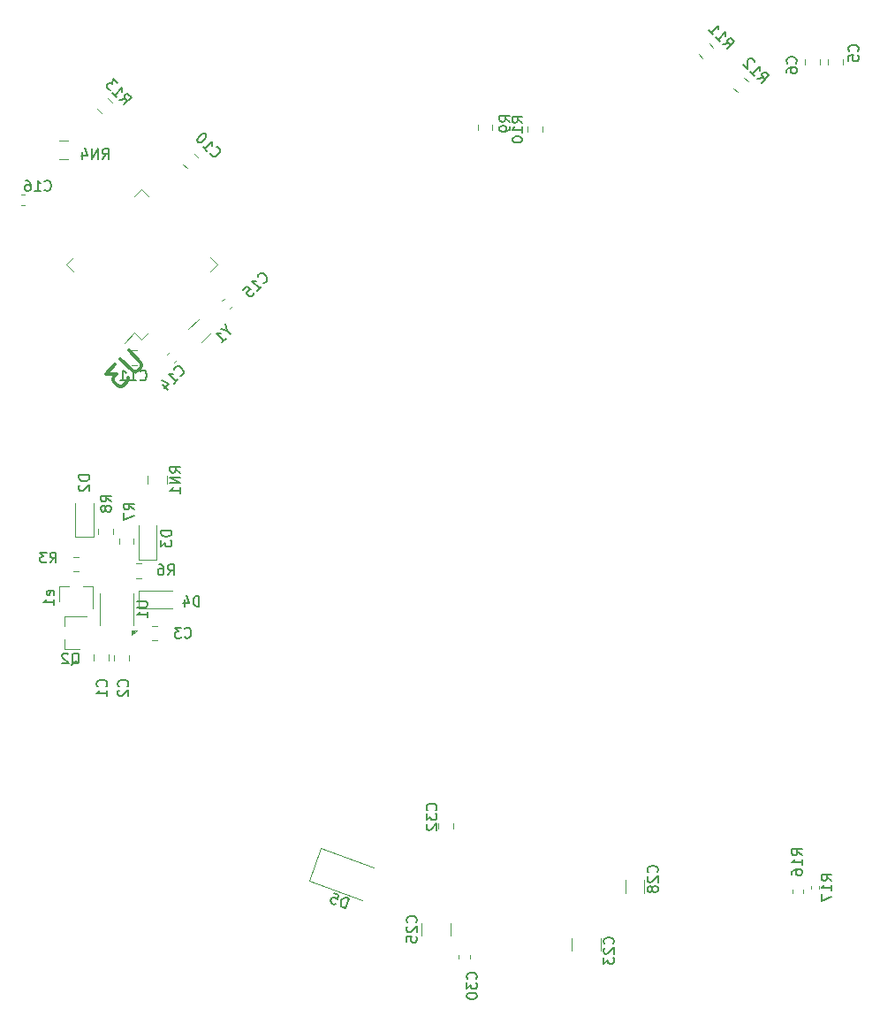
<source format=gbr>
G04 #@! TF.GenerationSoftware,KiCad,Pcbnew,7.0.10*
G04 #@! TF.CreationDate,2024-08-19T09:51:56-07:00*
G04 #@! TF.ProjectId,LCP_PowerControl,4c43505f-506f-4776-9572-436f6e74726f,rev?*
G04 #@! TF.SameCoordinates,Original*
G04 #@! TF.FileFunction,Legend,Bot*
G04 #@! TF.FilePolarity,Positive*
%FSLAX46Y46*%
G04 Gerber Fmt 4.6, Leading zero omitted, Abs format (unit mm)*
G04 Created by KiCad (PCBNEW 7.0.10) date 2024-08-19 09:51:56*
%MOMM*%
%LPD*%
G01*
G04 APERTURE LIST*
%ADD10C,0.150000*%
%ADD11C,0.300000*%
%ADD12C,0.120000*%
G04 APERTURE END LIST*
D10*
X88502857Y-91179580D02*
X88550476Y-91227200D01*
X88550476Y-91227200D02*
X88693333Y-91274819D01*
X88693333Y-91274819D02*
X88788571Y-91274819D01*
X88788571Y-91274819D02*
X88931428Y-91227200D01*
X88931428Y-91227200D02*
X89026666Y-91131961D01*
X89026666Y-91131961D02*
X89074285Y-91036723D01*
X89074285Y-91036723D02*
X89121904Y-90846247D01*
X89121904Y-90846247D02*
X89121904Y-90703390D01*
X89121904Y-90703390D02*
X89074285Y-90512914D01*
X89074285Y-90512914D02*
X89026666Y-90417676D01*
X89026666Y-90417676D02*
X88931428Y-90322438D01*
X88931428Y-90322438D02*
X88788571Y-90274819D01*
X88788571Y-90274819D02*
X88693333Y-90274819D01*
X88693333Y-90274819D02*
X88550476Y-90322438D01*
X88550476Y-90322438D02*
X88502857Y-90370057D01*
X87550476Y-91274819D02*
X88121904Y-91274819D01*
X87836190Y-91274819D02*
X87836190Y-90274819D01*
X87836190Y-90274819D02*
X87931428Y-90417676D01*
X87931428Y-90417676D02*
X88026666Y-90512914D01*
X88026666Y-90512914D02*
X88121904Y-90560533D01*
X86598095Y-91274819D02*
X87169523Y-91274819D01*
X86883809Y-91274819D02*
X86883809Y-90274819D01*
X86883809Y-90274819D02*
X86979047Y-90417676D01*
X86979047Y-90417676D02*
X87074285Y-90512914D01*
X87074285Y-90512914D02*
X87169523Y-90560533D01*
X95250306Y-69468830D02*
X95250306Y-69536174D01*
X95250306Y-69536174D02*
X95317650Y-69670861D01*
X95317650Y-69670861D02*
X95384993Y-69738204D01*
X95384993Y-69738204D02*
X95519680Y-69805548D01*
X95519680Y-69805548D02*
X95654367Y-69805548D01*
X95654367Y-69805548D02*
X95755382Y-69771876D01*
X95755382Y-69771876D02*
X95923741Y-69670861D01*
X95923741Y-69670861D02*
X96024756Y-69569846D01*
X96024756Y-69569846D02*
X96125772Y-69401487D01*
X96125772Y-69401487D02*
X96159443Y-69300472D01*
X96159443Y-69300472D02*
X96159443Y-69165785D01*
X96159443Y-69165785D02*
X96092100Y-69031098D01*
X96092100Y-69031098D02*
X96024756Y-68963754D01*
X96024756Y-68963754D02*
X95890069Y-68896411D01*
X95890069Y-68896411D02*
X95822726Y-68896411D01*
X94509528Y-68862739D02*
X94913589Y-69266800D01*
X94711558Y-69064769D02*
X95418665Y-68357663D01*
X95418665Y-68357663D02*
X95384993Y-68526021D01*
X95384993Y-68526021D02*
X95384993Y-68660708D01*
X95384993Y-68660708D02*
X95418665Y-68761724D01*
X94778901Y-67717899D02*
X94711558Y-67650556D01*
X94711558Y-67650556D02*
X94610543Y-67616884D01*
X94610543Y-67616884D02*
X94543199Y-67616884D01*
X94543199Y-67616884D02*
X94442184Y-67650556D01*
X94442184Y-67650556D02*
X94273825Y-67751571D01*
X94273825Y-67751571D02*
X94105466Y-67919930D01*
X94105466Y-67919930D02*
X94004451Y-68088288D01*
X94004451Y-68088288D02*
X93970779Y-68189304D01*
X93970779Y-68189304D02*
X93970779Y-68256647D01*
X93970779Y-68256647D02*
X94004451Y-68357662D01*
X94004451Y-68357662D02*
X94071795Y-68425006D01*
X94071795Y-68425006D02*
X94172810Y-68458678D01*
X94172810Y-68458678D02*
X94240153Y-68458678D01*
X94240153Y-68458678D02*
X94341169Y-68425006D01*
X94341169Y-68425006D02*
X94509527Y-68323991D01*
X94509527Y-68323991D02*
X94677886Y-68155632D01*
X94677886Y-68155632D02*
X94778901Y-67987273D01*
X94778901Y-67987273D02*
X94812573Y-67886258D01*
X94812573Y-67886258D02*
X94812573Y-67818914D01*
X94812573Y-67818914D02*
X94778901Y-67717899D01*
X85246380Y-120534133D02*
X85294000Y-120486514D01*
X85294000Y-120486514D02*
X85341619Y-120343657D01*
X85341619Y-120343657D02*
X85341619Y-120248419D01*
X85341619Y-120248419D02*
X85294000Y-120105562D01*
X85294000Y-120105562D02*
X85198761Y-120010324D01*
X85198761Y-120010324D02*
X85103523Y-119962705D01*
X85103523Y-119962705D02*
X84913047Y-119915086D01*
X84913047Y-119915086D02*
X84770190Y-119915086D01*
X84770190Y-119915086D02*
X84579714Y-119962705D01*
X84579714Y-119962705D02*
X84484476Y-120010324D01*
X84484476Y-120010324D02*
X84389238Y-120105562D01*
X84389238Y-120105562D02*
X84341619Y-120248419D01*
X84341619Y-120248419D02*
X84341619Y-120343657D01*
X84341619Y-120343657D02*
X84389238Y-120486514D01*
X84389238Y-120486514D02*
X84436857Y-120534133D01*
X85341619Y-121486514D02*
X85341619Y-120915086D01*
X85341619Y-121200800D02*
X84341619Y-121200800D01*
X84341619Y-121200800D02*
X84484476Y-121105562D01*
X84484476Y-121105562D02*
X84579714Y-121010324D01*
X84579714Y-121010324D02*
X84627333Y-120915086D01*
X87278380Y-120534133D02*
X87326000Y-120486514D01*
X87326000Y-120486514D02*
X87373619Y-120343657D01*
X87373619Y-120343657D02*
X87373619Y-120248419D01*
X87373619Y-120248419D02*
X87326000Y-120105562D01*
X87326000Y-120105562D02*
X87230761Y-120010324D01*
X87230761Y-120010324D02*
X87135523Y-119962705D01*
X87135523Y-119962705D02*
X86945047Y-119915086D01*
X86945047Y-119915086D02*
X86802190Y-119915086D01*
X86802190Y-119915086D02*
X86611714Y-119962705D01*
X86611714Y-119962705D02*
X86516476Y-120010324D01*
X86516476Y-120010324D02*
X86421238Y-120105562D01*
X86421238Y-120105562D02*
X86373619Y-120248419D01*
X86373619Y-120248419D02*
X86373619Y-120343657D01*
X86373619Y-120343657D02*
X86421238Y-120486514D01*
X86421238Y-120486514D02*
X86468857Y-120534133D01*
X86468857Y-120915086D02*
X86421238Y-120962705D01*
X86421238Y-120962705D02*
X86373619Y-121057943D01*
X86373619Y-121057943D02*
X86373619Y-121296038D01*
X86373619Y-121296038D02*
X86421238Y-121391276D01*
X86421238Y-121391276D02*
X86468857Y-121438895D01*
X86468857Y-121438895D02*
X86564095Y-121486514D01*
X86564095Y-121486514D02*
X86659333Y-121486514D01*
X86659333Y-121486514D02*
X86802190Y-121438895D01*
X86802190Y-121438895D02*
X87373619Y-120867467D01*
X87373619Y-120867467D02*
X87373619Y-121486514D01*
X92775066Y-115827980D02*
X92822685Y-115875600D01*
X92822685Y-115875600D02*
X92965542Y-115923219D01*
X92965542Y-115923219D02*
X93060780Y-115923219D01*
X93060780Y-115923219D02*
X93203637Y-115875600D01*
X93203637Y-115875600D02*
X93298875Y-115780361D01*
X93298875Y-115780361D02*
X93346494Y-115685123D01*
X93346494Y-115685123D02*
X93394113Y-115494647D01*
X93394113Y-115494647D02*
X93394113Y-115351790D01*
X93394113Y-115351790D02*
X93346494Y-115161314D01*
X93346494Y-115161314D02*
X93298875Y-115066076D01*
X93298875Y-115066076D02*
X93203637Y-114970838D01*
X93203637Y-114970838D02*
X93060780Y-114923219D01*
X93060780Y-114923219D02*
X92965542Y-114923219D01*
X92965542Y-114923219D02*
X92822685Y-114970838D01*
X92822685Y-114970838D02*
X92775066Y-115018457D01*
X92441732Y-114923219D02*
X91822685Y-114923219D01*
X91822685Y-114923219D02*
X92156018Y-115304171D01*
X92156018Y-115304171D02*
X92013161Y-115304171D01*
X92013161Y-115304171D02*
X91917923Y-115351790D01*
X91917923Y-115351790D02*
X91870304Y-115399409D01*
X91870304Y-115399409D02*
X91822685Y-115494647D01*
X91822685Y-115494647D02*
X91822685Y-115732742D01*
X91822685Y-115732742D02*
X91870304Y-115827980D01*
X91870304Y-115827980D02*
X91917923Y-115875600D01*
X91917923Y-115875600D02*
X92013161Y-115923219D01*
X92013161Y-115923219D02*
X92298875Y-115923219D01*
X92298875Y-115923219D02*
X92394113Y-115875600D01*
X92394113Y-115875600D02*
X92441732Y-115827980D01*
X92339330Y-90795193D02*
X92406674Y-90795193D01*
X92406674Y-90795193D02*
X92541361Y-90727849D01*
X92541361Y-90727849D02*
X92608704Y-90660506D01*
X92608704Y-90660506D02*
X92676048Y-90525819D01*
X92676048Y-90525819D02*
X92676048Y-90391132D01*
X92676048Y-90391132D02*
X92642376Y-90290117D01*
X92642376Y-90290117D02*
X92541361Y-90121758D01*
X92541361Y-90121758D02*
X92440346Y-90020743D01*
X92440346Y-90020743D02*
X92271987Y-89919727D01*
X92271987Y-89919727D02*
X92170972Y-89886056D01*
X92170972Y-89886056D02*
X92036285Y-89886056D01*
X92036285Y-89886056D02*
X91901598Y-89953399D01*
X91901598Y-89953399D02*
X91834254Y-90020743D01*
X91834254Y-90020743D02*
X91766911Y-90155430D01*
X91766911Y-90155430D02*
X91766911Y-90222773D01*
X91733239Y-91535971D02*
X92137300Y-91131910D01*
X91935269Y-91333941D02*
X91228163Y-90626834D01*
X91228163Y-90626834D02*
X91396521Y-90660506D01*
X91396521Y-90660506D02*
X91531208Y-90660506D01*
X91531208Y-90660506D02*
X91632224Y-90626834D01*
X90655743Y-91670659D02*
X91127147Y-92142063D01*
X90554727Y-91232926D02*
X91228162Y-91569643D01*
X91228162Y-91569643D02*
X90790430Y-92007376D01*
X138027580Y-138345942D02*
X138075200Y-138298323D01*
X138075200Y-138298323D02*
X138122819Y-138155466D01*
X138122819Y-138155466D02*
X138122819Y-138060228D01*
X138122819Y-138060228D02*
X138075200Y-137917371D01*
X138075200Y-137917371D02*
X137979961Y-137822133D01*
X137979961Y-137822133D02*
X137884723Y-137774514D01*
X137884723Y-137774514D02*
X137694247Y-137726895D01*
X137694247Y-137726895D02*
X137551390Y-137726895D01*
X137551390Y-137726895D02*
X137360914Y-137774514D01*
X137360914Y-137774514D02*
X137265676Y-137822133D01*
X137265676Y-137822133D02*
X137170438Y-137917371D01*
X137170438Y-137917371D02*
X137122819Y-138060228D01*
X137122819Y-138060228D02*
X137122819Y-138155466D01*
X137122819Y-138155466D02*
X137170438Y-138298323D01*
X137170438Y-138298323D02*
X137218057Y-138345942D01*
X137218057Y-138726895D02*
X137170438Y-138774514D01*
X137170438Y-138774514D02*
X137122819Y-138869752D01*
X137122819Y-138869752D02*
X137122819Y-139107847D01*
X137122819Y-139107847D02*
X137170438Y-139203085D01*
X137170438Y-139203085D02*
X137218057Y-139250704D01*
X137218057Y-139250704D02*
X137313295Y-139298323D01*
X137313295Y-139298323D02*
X137408533Y-139298323D01*
X137408533Y-139298323D02*
X137551390Y-139250704D01*
X137551390Y-139250704D02*
X138122819Y-138679276D01*
X138122819Y-138679276D02*
X138122819Y-139298323D01*
X137551390Y-139869752D02*
X137503771Y-139774514D01*
X137503771Y-139774514D02*
X137456152Y-139726895D01*
X137456152Y-139726895D02*
X137360914Y-139679276D01*
X137360914Y-139679276D02*
X137313295Y-139679276D01*
X137313295Y-139679276D02*
X137218057Y-139726895D01*
X137218057Y-139726895D02*
X137170438Y-139774514D01*
X137170438Y-139774514D02*
X137122819Y-139869752D01*
X137122819Y-139869752D02*
X137122819Y-140060228D01*
X137122819Y-140060228D02*
X137170438Y-140155466D01*
X137170438Y-140155466D02*
X137218057Y-140203085D01*
X137218057Y-140203085D02*
X137313295Y-140250704D01*
X137313295Y-140250704D02*
X137360914Y-140250704D01*
X137360914Y-140250704D02*
X137456152Y-140203085D01*
X137456152Y-140203085D02*
X137503771Y-140155466D01*
X137503771Y-140155466D02*
X137551390Y-140060228D01*
X137551390Y-140060228D02*
X137551390Y-139869752D01*
X137551390Y-139869752D02*
X137599009Y-139774514D01*
X137599009Y-139774514D02*
X137646628Y-139726895D01*
X137646628Y-139726895D02*
X137741866Y-139679276D01*
X137741866Y-139679276D02*
X137932342Y-139679276D01*
X137932342Y-139679276D02*
X138027580Y-139726895D01*
X138027580Y-139726895D02*
X138075200Y-139774514D01*
X138075200Y-139774514D02*
X138122819Y-139869752D01*
X138122819Y-139869752D02*
X138122819Y-140060228D01*
X138122819Y-140060228D02*
X138075200Y-140155466D01*
X138075200Y-140155466D02*
X138027580Y-140203085D01*
X138027580Y-140203085D02*
X137932342Y-140250704D01*
X137932342Y-140250704D02*
X137741866Y-140250704D01*
X137741866Y-140250704D02*
X137646628Y-140203085D01*
X137646628Y-140203085D02*
X137599009Y-140155466D01*
X137599009Y-140155466D02*
X137551390Y-140060228D01*
X120704780Y-148556742D02*
X120752400Y-148509123D01*
X120752400Y-148509123D02*
X120800019Y-148366266D01*
X120800019Y-148366266D02*
X120800019Y-148271028D01*
X120800019Y-148271028D02*
X120752400Y-148128171D01*
X120752400Y-148128171D02*
X120657161Y-148032933D01*
X120657161Y-148032933D02*
X120561923Y-147985314D01*
X120561923Y-147985314D02*
X120371447Y-147937695D01*
X120371447Y-147937695D02*
X120228590Y-147937695D01*
X120228590Y-147937695D02*
X120038114Y-147985314D01*
X120038114Y-147985314D02*
X119942876Y-148032933D01*
X119942876Y-148032933D02*
X119847638Y-148128171D01*
X119847638Y-148128171D02*
X119800019Y-148271028D01*
X119800019Y-148271028D02*
X119800019Y-148366266D01*
X119800019Y-148366266D02*
X119847638Y-148509123D01*
X119847638Y-148509123D02*
X119895257Y-148556742D01*
X119800019Y-148890076D02*
X119800019Y-149509123D01*
X119800019Y-149509123D02*
X120180971Y-149175790D01*
X120180971Y-149175790D02*
X120180971Y-149318647D01*
X120180971Y-149318647D02*
X120228590Y-149413885D01*
X120228590Y-149413885D02*
X120276209Y-149461504D01*
X120276209Y-149461504D02*
X120371447Y-149509123D01*
X120371447Y-149509123D02*
X120609542Y-149509123D01*
X120609542Y-149509123D02*
X120704780Y-149461504D01*
X120704780Y-149461504D02*
X120752400Y-149413885D01*
X120752400Y-149413885D02*
X120800019Y-149318647D01*
X120800019Y-149318647D02*
X120800019Y-149032933D01*
X120800019Y-149032933D02*
X120752400Y-148937695D01*
X120752400Y-148937695D02*
X120704780Y-148890076D01*
X119800019Y-150128171D02*
X119800019Y-150223409D01*
X119800019Y-150223409D02*
X119847638Y-150318647D01*
X119847638Y-150318647D02*
X119895257Y-150366266D01*
X119895257Y-150366266D02*
X119990495Y-150413885D01*
X119990495Y-150413885D02*
X120180971Y-150461504D01*
X120180971Y-150461504D02*
X120419066Y-150461504D01*
X120419066Y-150461504D02*
X120609542Y-150413885D01*
X120609542Y-150413885D02*
X120704780Y-150366266D01*
X120704780Y-150366266D02*
X120752400Y-150318647D01*
X120752400Y-150318647D02*
X120800019Y-150223409D01*
X120800019Y-150223409D02*
X120800019Y-150128171D01*
X120800019Y-150128171D02*
X120752400Y-150032933D01*
X120752400Y-150032933D02*
X120704780Y-149985314D01*
X120704780Y-149985314D02*
X120609542Y-149937695D01*
X120609542Y-149937695D02*
X120419066Y-149890076D01*
X120419066Y-149890076D02*
X120180971Y-149890076D01*
X120180971Y-149890076D02*
X119990495Y-149937695D01*
X119990495Y-149937695D02*
X119895257Y-149985314D01*
X119895257Y-149985314D02*
X119847638Y-150032933D01*
X119847638Y-150032933D02*
X119800019Y-150128171D01*
X80214000Y-111779085D02*
X80261619Y-111683847D01*
X80261619Y-111683847D02*
X80261619Y-111493371D01*
X80261619Y-111493371D02*
X80214000Y-111398133D01*
X80214000Y-111398133D02*
X80118761Y-111350514D01*
X80118761Y-111350514D02*
X79737809Y-111350514D01*
X79737809Y-111350514D02*
X79642571Y-111398133D01*
X79642571Y-111398133D02*
X79594952Y-111493371D01*
X79594952Y-111493371D02*
X79594952Y-111683847D01*
X79594952Y-111683847D02*
X79642571Y-111779085D01*
X79642571Y-111779085D02*
X79737809Y-111826704D01*
X79737809Y-111826704D02*
X79833047Y-111826704D01*
X79833047Y-111826704D02*
X79928285Y-111350514D01*
X80261619Y-112779085D02*
X80261619Y-112207657D01*
X80261619Y-112493371D02*
X79261619Y-112493371D01*
X79261619Y-112493371D02*
X79404476Y-112398133D01*
X79404476Y-112398133D02*
X79499714Y-112302895D01*
X79499714Y-112302895D02*
X79547333Y-112207657D01*
X81934038Y-118456857D02*
X82029276Y-118409238D01*
X82029276Y-118409238D02*
X82124514Y-118314000D01*
X82124514Y-118314000D02*
X82267371Y-118171142D01*
X82267371Y-118171142D02*
X82362609Y-118123523D01*
X82362609Y-118123523D02*
X82457847Y-118123523D01*
X82410228Y-118361619D02*
X82505466Y-118314000D01*
X82505466Y-118314000D02*
X82600704Y-118218761D01*
X82600704Y-118218761D02*
X82648323Y-118028285D01*
X82648323Y-118028285D02*
X82648323Y-117694952D01*
X82648323Y-117694952D02*
X82600704Y-117504476D01*
X82600704Y-117504476D02*
X82505466Y-117409238D01*
X82505466Y-117409238D02*
X82410228Y-117361619D01*
X82410228Y-117361619D02*
X82219752Y-117361619D01*
X82219752Y-117361619D02*
X82124514Y-117409238D01*
X82124514Y-117409238D02*
X82029276Y-117504476D01*
X82029276Y-117504476D02*
X81981657Y-117694952D01*
X81981657Y-117694952D02*
X81981657Y-118028285D01*
X81981657Y-118028285D02*
X82029276Y-118218761D01*
X82029276Y-118218761D02*
X82124514Y-118314000D01*
X82124514Y-118314000D02*
X82219752Y-118361619D01*
X82219752Y-118361619D02*
X82410228Y-118361619D01*
X81600704Y-117456857D02*
X81553085Y-117409238D01*
X81553085Y-117409238D02*
X81457847Y-117361619D01*
X81457847Y-117361619D02*
X81219752Y-117361619D01*
X81219752Y-117361619D02*
X81124514Y-117409238D01*
X81124514Y-117409238D02*
X81076895Y-117456857D01*
X81076895Y-117456857D02*
X81029276Y-117552095D01*
X81029276Y-117552095D02*
X81029276Y-117647333D01*
X81029276Y-117647333D02*
X81076895Y-117790190D01*
X81076895Y-117790190D02*
X81648323Y-118361619D01*
X81648323Y-118361619D02*
X81029276Y-118361619D01*
X79871866Y-108709619D02*
X80205199Y-108233428D01*
X80443294Y-108709619D02*
X80443294Y-107709619D01*
X80443294Y-107709619D02*
X80062342Y-107709619D01*
X80062342Y-107709619D02*
X79967104Y-107757238D01*
X79967104Y-107757238D02*
X79919485Y-107804857D01*
X79919485Y-107804857D02*
X79871866Y-107900095D01*
X79871866Y-107900095D02*
X79871866Y-108042952D01*
X79871866Y-108042952D02*
X79919485Y-108138190D01*
X79919485Y-108138190D02*
X79967104Y-108185809D01*
X79967104Y-108185809D02*
X80062342Y-108233428D01*
X80062342Y-108233428D02*
X80443294Y-108233428D01*
X79538532Y-107709619D02*
X78919485Y-107709619D01*
X78919485Y-107709619D02*
X79252818Y-108090571D01*
X79252818Y-108090571D02*
X79109961Y-108090571D01*
X79109961Y-108090571D02*
X79014723Y-108138190D01*
X79014723Y-108138190D02*
X78967104Y-108185809D01*
X78967104Y-108185809D02*
X78919485Y-108281047D01*
X78919485Y-108281047D02*
X78919485Y-108519142D01*
X78919485Y-108519142D02*
X78967104Y-108614380D01*
X78967104Y-108614380D02*
X79014723Y-108662000D01*
X79014723Y-108662000D02*
X79109961Y-108709619D01*
X79109961Y-108709619D02*
X79395675Y-108709619D01*
X79395675Y-108709619D02*
X79490913Y-108662000D01*
X79490913Y-108662000D02*
X79538532Y-108614380D01*
X125144419Y-66565542D02*
X124668228Y-66232209D01*
X125144419Y-65994114D02*
X124144419Y-65994114D01*
X124144419Y-65994114D02*
X124144419Y-66375066D01*
X124144419Y-66375066D02*
X124192038Y-66470304D01*
X124192038Y-66470304D02*
X124239657Y-66517923D01*
X124239657Y-66517923D02*
X124334895Y-66565542D01*
X124334895Y-66565542D02*
X124477752Y-66565542D01*
X124477752Y-66565542D02*
X124572990Y-66517923D01*
X124572990Y-66517923D02*
X124620609Y-66470304D01*
X124620609Y-66470304D02*
X124668228Y-66375066D01*
X124668228Y-66375066D02*
X124668228Y-65994114D01*
X125144419Y-67517923D02*
X125144419Y-66946495D01*
X125144419Y-67232209D02*
X124144419Y-67232209D01*
X124144419Y-67232209D02*
X124287276Y-67136971D01*
X124287276Y-67136971D02*
X124382514Y-67041733D01*
X124382514Y-67041733D02*
X124430133Y-66946495D01*
X124144419Y-68136971D02*
X124144419Y-68232209D01*
X124144419Y-68232209D02*
X124192038Y-68327447D01*
X124192038Y-68327447D02*
X124239657Y-68375066D01*
X124239657Y-68375066D02*
X124334895Y-68422685D01*
X124334895Y-68422685D02*
X124525371Y-68470304D01*
X124525371Y-68470304D02*
X124763466Y-68470304D01*
X124763466Y-68470304D02*
X124953942Y-68422685D01*
X124953942Y-68422685D02*
X125049180Y-68375066D01*
X125049180Y-68375066D02*
X125096800Y-68327447D01*
X125096800Y-68327447D02*
X125144419Y-68232209D01*
X125144419Y-68232209D02*
X125144419Y-68136971D01*
X125144419Y-68136971D02*
X125096800Y-68041733D01*
X125096800Y-68041733D02*
X125049180Y-67994114D01*
X125049180Y-67994114D02*
X124953942Y-67946495D01*
X124953942Y-67946495D02*
X124763466Y-67898876D01*
X124763466Y-67898876D02*
X124525371Y-67898876D01*
X124525371Y-67898876D02*
X124334895Y-67946495D01*
X124334895Y-67946495D02*
X124239657Y-67994114D01*
X124239657Y-67994114D02*
X124192038Y-68041733D01*
X124192038Y-68041733D02*
X124144419Y-68136971D01*
X144354163Y-59094574D02*
X144926582Y-58993559D01*
X144758224Y-59498635D02*
X145465330Y-58791528D01*
X145465330Y-58791528D02*
X145195956Y-58522154D01*
X145195956Y-58522154D02*
X145094941Y-58488482D01*
X145094941Y-58488482D02*
X145027598Y-58488482D01*
X145027598Y-58488482D02*
X144926582Y-58522154D01*
X144926582Y-58522154D02*
X144825567Y-58623169D01*
X144825567Y-58623169D02*
X144791895Y-58724185D01*
X144791895Y-58724185D02*
X144791895Y-58791528D01*
X144791895Y-58791528D02*
X144825567Y-58892543D01*
X144825567Y-58892543D02*
X145094941Y-59161917D01*
X143680728Y-58421139D02*
X144084789Y-58825200D01*
X143882758Y-58623169D02*
X144589865Y-57916063D01*
X144589865Y-57916063D02*
X144556193Y-58084421D01*
X144556193Y-58084421D02*
X144556193Y-58219108D01*
X144556193Y-58219108D02*
X144589865Y-58320124D01*
X143007292Y-57747704D02*
X143411353Y-58151765D01*
X143209323Y-57949734D02*
X143916430Y-57242627D01*
X143916430Y-57242627D02*
X143882758Y-57410986D01*
X143882758Y-57410986D02*
X143882758Y-57545673D01*
X143882758Y-57545673D02*
X143916430Y-57646688D01*
X86540409Y-64428916D02*
X87112828Y-64327901D01*
X86944470Y-64832977D02*
X87651576Y-64125870D01*
X87651576Y-64125870D02*
X87382202Y-63856496D01*
X87382202Y-63856496D02*
X87281187Y-63822824D01*
X87281187Y-63822824D02*
X87213844Y-63822824D01*
X87213844Y-63822824D02*
X87112828Y-63856496D01*
X87112828Y-63856496D02*
X87011813Y-63957511D01*
X87011813Y-63957511D02*
X86978141Y-64058527D01*
X86978141Y-64058527D02*
X86978141Y-64125870D01*
X86978141Y-64125870D02*
X87011813Y-64226885D01*
X87011813Y-64226885D02*
X87281187Y-64496259D01*
X85866974Y-63755481D02*
X86271035Y-64159542D01*
X86069004Y-63957511D02*
X86776111Y-63250405D01*
X86776111Y-63250405D02*
X86742439Y-63418763D01*
X86742439Y-63418763D02*
X86742439Y-63553450D01*
X86742439Y-63553450D02*
X86776111Y-63654466D01*
X86338378Y-62812672D02*
X85900645Y-62374939D01*
X85900645Y-62374939D02*
X85866973Y-62880015D01*
X85866973Y-62880015D02*
X85765958Y-62779000D01*
X85765958Y-62779000D02*
X85664943Y-62745328D01*
X85664943Y-62745328D02*
X85597599Y-62745328D01*
X85597599Y-62745328D02*
X85496584Y-62779000D01*
X85496584Y-62779000D02*
X85328225Y-62947359D01*
X85328225Y-62947359D02*
X85294554Y-63048374D01*
X85294554Y-63048374D02*
X85294554Y-63115717D01*
X85294554Y-63115717D02*
X85328225Y-63216733D01*
X85328225Y-63216733D02*
X85530256Y-63418763D01*
X85530256Y-63418763D02*
X85631271Y-63452435D01*
X85631271Y-63452435D02*
X85698615Y-63452435D01*
X151940419Y-136720342D02*
X151464228Y-136387009D01*
X151940419Y-136148914D02*
X150940419Y-136148914D01*
X150940419Y-136148914D02*
X150940419Y-136529866D01*
X150940419Y-136529866D02*
X150988038Y-136625104D01*
X150988038Y-136625104D02*
X151035657Y-136672723D01*
X151035657Y-136672723D02*
X151130895Y-136720342D01*
X151130895Y-136720342D02*
X151273752Y-136720342D01*
X151273752Y-136720342D02*
X151368990Y-136672723D01*
X151368990Y-136672723D02*
X151416609Y-136625104D01*
X151416609Y-136625104D02*
X151464228Y-136529866D01*
X151464228Y-136529866D02*
X151464228Y-136148914D01*
X151940419Y-137672723D02*
X151940419Y-137101295D01*
X151940419Y-137387009D02*
X150940419Y-137387009D01*
X150940419Y-137387009D02*
X151083276Y-137291771D01*
X151083276Y-137291771D02*
X151178514Y-137196533D01*
X151178514Y-137196533D02*
X151226133Y-137101295D01*
X150940419Y-138529866D02*
X150940419Y-138339390D01*
X150940419Y-138339390D02*
X150988038Y-138244152D01*
X150988038Y-138244152D02*
X151035657Y-138196533D01*
X151035657Y-138196533D02*
X151178514Y-138101295D01*
X151178514Y-138101295D02*
X151368990Y-138053676D01*
X151368990Y-138053676D02*
X151749942Y-138053676D01*
X151749942Y-138053676D02*
X151845180Y-138101295D01*
X151845180Y-138101295D02*
X151892800Y-138148914D01*
X151892800Y-138148914D02*
X151940419Y-138244152D01*
X151940419Y-138244152D02*
X151940419Y-138434628D01*
X151940419Y-138434628D02*
X151892800Y-138529866D01*
X151892800Y-138529866D02*
X151845180Y-138577485D01*
X151845180Y-138577485D02*
X151749942Y-138625104D01*
X151749942Y-138625104D02*
X151511847Y-138625104D01*
X151511847Y-138625104D02*
X151416609Y-138577485D01*
X151416609Y-138577485D02*
X151368990Y-138529866D01*
X151368990Y-138529866D02*
X151321371Y-138434628D01*
X151321371Y-138434628D02*
X151321371Y-138244152D01*
X151321371Y-138244152D02*
X151368990Y-138148914D01*
X151368990Y-138148914D02*
X151416609Y-138101295D01*
X151416609Y-138101295D02*
X151511847Y-138053676D01*
X154786819Y-139158642D02*
X154310628Y-138825309D01*
X154786819Y-138587214D02*
X153786819Y-138587214D01*
X153786819Y-138587214D02*
X153786819Y-138968166D01*
X153786819Y-138968166D02*
X153834438Y-139063404D01*
X153834438Y-139063404D02*
X153882057Y-139111023D01*
X153882057Y-139111023D02*
X153977295Y-139158642D01*
X153977295Y-139158642D02*
X154120152Y-139158642D01*
X154120152Y-139158642D02*
X154215390Y-139111023D01*
X154215390Y-139111023D02*
X154263009Y-139063404D01*
X154263009Y-139063404D02*
X154310628Y-138968166D01*
X154310628Y-138968166D02*
X154310628Y-138587214D01*
X154786819Y-140111023D02*
X154786819Y-139539595D01*
X154786819Y-139825309D02*
X153786819Y-139825309D01*
X153786819Y-139825309D02*
X153929676Y-139730071D01*
X153929676Y-139730071D02*
X154024914Y-139634833D01*
X154024914Y-139634833D02*
X154072533Y-139539595D01*
X153786819Y-140444357D02*
X153786819Y-141111023D01*
X153786819Y-141111023D02*
X154786819Y-140682452D01*
X92374819Y-100084023D02*
X91898628Y-99750690D01*
X92374819Y-99512595D02*
X91374819Y-99512595D01*
X91374819Y-99512595D02*
X91374819Y-99893547D01*
X91374819Y-99893547D02*
X91422438Y-99988785D01*
X91422438Y-99988785D02*
X91470057Y-100036404D01*
X91470057Y-100036404D02*
X91565295Y-100084023D01*
X91565295Y-100084023D02*
X91708152Y-100084023D01*
X91708152Y-100084023D02*
X91803390Y-100036404D01*
X91803390Y-100036404D02*
X91851009Y-99988785D01*
X91851009Y-99988785D02*
X91898628Y-99893547D01*
X91898628Y-99893547D02*
X91898628Y-99512595D01*
X92374819Y-100512595D02*
X91374819Y-100512595D01*
X91374819Y-100512595D02*
X92374819Y-101084023D01*
X92374819Y-101084023D02*
X91374819Y-101084023D01*
X92374819Y-102084023D02*
X92374819Y-101512595D01*
X92374819Y-101798309D02*
X91374819Y-101798309D01*
X91374819Y-101798309D02*
X91517676Y-101703071D01*
X91517676Y-101703071D02*
X91612914Y-101607833D01*
X91612914Y-101607833D02*
X91660533Y-101512595D01*
X84891476Y-70050819D02*
X85224809Y-69574628D01*
X85462904Y-70050819D02*
X85462904Y-69050819D01*
X85462904Y-69050819D02*
X85081952Y-69050819D01*
X85081952Y-69050819D02*
X84986714Y-69098438D01*
X84986714Y-69098438D02*
X84939095Y-69146057D01*
X84939095Y-69146057D02*
X84891476Y-69241295D01*
X84891476Y-69241295D02*
X84891476Y-69384152D01*
X84891476Y-69384152D02*
X84939095Y-69479390D01*
X84939095Y-69479390D02*
X84986714Y-69527009D01*
X84986714Y-69527009D02*
X85081952Y-69574628D01*
X85081952Y-69574628D02*
X85462904Y-69574628D01*
X84462904Y-70050819D02*
X84462904Y-69050819D01*
X84462904Y-69050819D02*
X83891476Y-70050819D01*
X83891476Y-70050819D02*
X83891476Y-69050819D01*
X82986714Y-69384152D02*
X82986714Y-70050819D01*
X83224809Y-69003200D02*
X83462904Y-69717485D01*
X83462904Y-69717485D02*
X82843857Y-69717485D01*
D11*
X87428493Y-88385001D02*
X88573333Y-89529841D01*
X88573333Y-89529841D02*
X88640676Y-89731871D01*
X88640676Y-89731871D02*
X88640676Y-89866558D01*
X88640676Y-89866558D02*
X88573333Y-90068589D01*
X88573333Y-90068589D02*
X88303959Y-90337963D01*
X88303959Y-90337963D02*
X88101928Y-90405306D01*
X88101928Y-90405306D02*
X87967241Y-90405306D01*
X87967241Y-90405306D02*
X87765211Y-90337963D01*
X87765211Y-90337963D02*
X86620371Y-89193123D01*
X86081623Y-89731871D02*
X85206158Y-90607337D01*
X85206158Y-90607337D02*
X86216310Y-90674680D01*
X86216310Y-90674680D02*
X86014280Y-90876711D01*
X86014280Y-90876711D02*
X85946936Y-91078741D01*
X85946936Y-91078741D02*
X85946936Y-91213428D01*
X85946936Y-91213428D02*
X86014280Y-91415459D01*
X86014280Y-91415459D02*
X86350997Y-91752176D01*
X86350997Y-91752176D02*
X86553028Y-91819520D01*
X86553028Y-91819520D02*
X86687715Y-91819520D01*
X86687715Y-91819520D02*
X86889745Y-91752176D01*
X86889745Y-91752176D02*
X87293806Y-91348115D01*
X87293806Y-91348115D02*
X87361150Y-91146085D01*
X87361150Y-91146085D02*
X87361150Y-91011398D01*
D10*
X96841606Y-86452670D02*
X97178324Y-86789388D01*
X96706919Y-85846579D02*
X96841606Y-86452670D01*
X96841606Y-86452670D02*
X96235515Y-86317983D01*
X96336530Y-87631181D02*
X96740591Y-87227120D01*
X96538560Y-87429151D02*
X95831454Y-86722044D01*
X95831454Y-86722044D02*
X95999812Y-86755716D01*
X95999812Y-86755716D02*
X96134499Y-86755716D01*
X96134499Y-86755716D02*
X96235515Y-86722044D01*
X108140974Y-141776565D02*
X108482995Y-140836872D01*
X108482995Y-140836872D02*
X108259258Y-140755439D01*
X108259258Y-140755439D02*
X108108730Y-140751326D01*
X108108730Y-140751326D02*
X107986662Y-140808247D01*
X107986662Y-140808247D02*
X107909341Y-140881455D01*
X107909341Y-140881455D02*
X107799447Y-141044158D01*
X107799447Y-141044158D02*
X107750587Y-141178399D01*
X107750587Y-141178399D02*
X107730188Y-141373675D01*
X107730188Y-141373675D02*
X107742362Y-141479456D01*
X107742362Y-141479456D02*
X107799283Y-141601524D01*
X107799283Y-141601524D02*
X107917238Y-141695132D01*
X107917238Y-141695132D02*
X108140974Y-141776565D01*
X107095829Y-140331985D02*
X107543302Y-140494852D01*
X107543302Y-140494852D02*
X107425182Y-140958611D01*
X107425182Y-140958611D02*
X107396722Y-140897578D01*
X107396722Y-140897578D02*
X107323514Y-140820257D01*
X107323514Y-140820257D02*
X107099778Y-140738824D01*
X107099778Y-140738824D02*
X106993996Y-140750997D01*
X106993996Y-140750997D02*
X106932963Y-140779458D01*
X106932963Y-140779458D02*
X106855642Y-140852666D01*
X106855642Y-140852666D02*
X106774209Y-141076402D01*
X106774209Y-141076402D02*
X106786382Y-141182183D01*
X106786382Y-141182183D02*
X106814843Y-141243217D01*
X106814843Y-141243217D02*
X106888051Y-141320538D01*
X106888051Y-141320538D02*
X107111787Y-141401971D01*
X107111787Y-141401971D02*
X107217568Y-141389797D01*
X107217568Y-141389797D02*
X107278602Y-141361337D01*
X133811180Y-145203942D02*
X133858800Y-145156323D01*
X133858800Y-145156323D02*
X133906419Y-145013466D01*
X133906419Y-145013466D02*
X133906419Y-144918228D01*
X133906419Y-144918228D02*
X133858800Y-144775371D01*
X133858800Y-144775371D02*
X133763561Y-144680133D01*
X133763561Y-144680133D02*
X133668323Y-144632514D01*
X133668323Y-144632514D02*
X133477847Y-144584895D01*
X133477847Y-144584895D02*
X133334990Y-144584895D01*
X133334990Y-144584895D02*
X133144514Y-144632514D01*
X133144514Y-144632514D02*
X133049276Y-144680133D01*
X133049276Y-144680133D02*
X132954038Y-144775371D01*
X132954038Y-144775371D02*
X132906419Y-144918228D01*
X132906419Y-144918228D02*
X132906419Y-145013466D01*
X132906419Y-145013466D02*
X132954038Y-145156323D01*
X132954038Y-145156323D02*
X133001657Y-145203942D01*
X133001657Y-145584895D02*
X132954038Y-145632514D01*
X132954038Y-145632514D02*
X132906419Y-145727752D01*
X132906419Y-145727752D02*
X132906419Y-145965847D01*
X132906419Y-145965847D02*
X132954038Y-146061085D01*
X132954038Y-146061085D02*
X133001657Y-146108704D01*
X133001657Y-146108704D02*
X133096895Y-146156323D01*
X133096895Y-146156323D02*
X133192133Y-146156323D01*
X133192133Y-146156323D02*
X133334990Y-146108704D01*
X133334990Y-146108704D02*
X133906419Y-145537276D01*
X133906419Y-145537276D02*
X133906419Y-146156323D01*
X132906419Y-146489657D02*
X132906419Y-147108704D01*
X132906419Y-147108704D02*
X133287371Y-146775371D01*
X133287371Y-146775371D02*
X133287371Y-146918228D01*
X133287371Y-146918228D02*
X133334990Y-147013466D01*
X133334990Y-147013466D02*
X133382609Y-147061085D01*
X133382609Y-147061085D02*
X133477847Y-147108704D01*
X133477847Y-147108704D02*
X133715942Y-147108704D01*
X133715942Y-147108704D02*
X133811180Y-147061085D01*
X133811180Y-147061085D02*
X133858800Y-147013466D01*
X133858800Y-147013466D02*
X133906419Y-146918228D01*
X133906419Y-146918228D02*
X133906419Y-146632514D01*
X133906419Y-146632514D02*
X133858800Y-146537276D01*
X133858800Y-146537276D02*
X133811180Y-146489657D01*
X114944980Y-143143542D02*
X114992600Y-143095923D01*
X114992600Y-143095923D02*
X115040219Y-142953066D01*
X115040219Y-142953066D02*
X115040219Y-142857828D01*
X115040219Y-142857828D02*
X114992600Y-142714971D01*
X114992600Y-142714971D02*
X114897361Y-142619733D01*
X114897361Y-142619733D02*
X114802123Y-142572114D01*
X114802123Y-142572114D02*
X114611647Y-142524495D01*
X114611647Y-142524495D02*
X114468790Y-142524495D01*
X114468790Y-142524495D02*
X114278314Y-142572114D01*
X114278314Y-142572114D02*
X114183076Y-142619733D01*
X114183076Y-142619733D02*
X114087838Y-142714971D01*
X114087838Y-142714971D02*
X114040219Y-142857828D01*
X114040219Y-142857828D02*
X114040219Y-142953066D01*
X114040219Y-142953066D02*
X114087838Y-143095923D01*
X114087838Y-143095923D02*
X114135457Y-143143542D01*
X114135457Y-143524495D02*
X114087838Y-143572114D01*
X114087838Y-143572114D02*
X114040219Y-143667352D01*
X114040219Y-143667352D02*
X114040219Y-143905447D01*
X114040219Y-143905447D02*
X114087838Y-144000685D01*
X114087838Y-144000685D02*
X114135457Y-144048304D01*
X114135457Y-144048304D02*
X114230695Y-144095923D01*
X114230695Y-144095923D02*
X114325933Y-144095923D01*
X114325933Y-144095923D02*
X114468790Y-144048304D01*
X114468790Y-144048304D02*
X115040219Y-143476876D01*
X115040219Y-143476876D02*
X115040219Y-144095923D01*
X114040219Y-145000685D02*
X114040219Y-144524495D01*
X114040219Y-144524495D02*
X114516409Y-144476876D01*
X114516409Y-144476876D02*
X114468790Y-144524495D01*
X114468790Y-144524495D02*
X114421171Y-144619733D01*
X114421171Y-144619733D02*
X114421171Y-144857828D01*
X114421171Y-144857828D02*
X114468790Y-144953066D01*
X114468790Y-144953066D02*
X114516409Y-145000685D01*
X114516409Y-145000685D02*
X114611647Y-145048304D01*
X114611647Y-145048304D02*
X114849742Y-145048304D01*
X114849742Y-145048304D02*
X114944980Y-145000685D01*
X114944980Y-145000685D02*
X114992600Y-144953066D01*
X114992600Y-144953066D02*
X115040219Y-144857828D01*
X115040219Y-144857828D02*
X115040219Y-144619733D01*
X115040219Y-144619733D02*
X114992600Y-144524495D01*
X114992600Y-144524495D02*
X114944980Y-144476876D01*
X116843980Y-132402342D02*
X116891600Y-132354723D01*
X116891600Y-132354723D02*
X116939219Y-132211866D01*
X116939219Y-132211866D02*
X116939219Y-132116628D01*
X116939219Y-132116628D02*
X116891600Y-131973771D01*
X116891600Y-131973771D02*
X116796361Y-131878533D01*
X116796361Y-131878533D02*
X116701123Y-131830914D01*
X116701123Y-131830914D02*
X116510647Y-131783295D01*
X116510647Y-131783295D02*
X116367790Y-131783295D01*
X116367790Y-131783295D02*
X116177314Y-131830914D01*
X116177314Y-131830914D02*
X116082076Y-131878533D01*
X116082076Y-131878533D02*
X115986838Y-131973771D01*
X115986838Y-131973771D02*
X115939219Y-132116628D01*
X115939219Y-132116628D02*
X115939219Y-132211866D01*
X115939219Y-132211866D02*
X115986838Y-132354723D01*
X115986838Y-132354723D02*
X116034457Y-132402342D01*
X115939219Y-132735676D02*
X115939219Y-133354723D01*
X115939219Y-133354723D02*
X116320171Y-133021390D01*
X116320171Y-133021390D02*
X116320171Y-133164247D01*
X116320171Y-133164247D02*
X116367790Y-133259485D01*
X116367790Y-133259485D02*
X116415409Y-133307104D01*
X116415409Y-133307104D02*
X116510647Y-133354723D01*
X116510647Y-133354723D02*
X116748742Y-133354723D01*
X116748742Y-133354723D02*
X116843980Y-133307104D01*
X116843980Y-133307104D02*
X116891600Y-133259485D01*
X116891600Y-133259485D02*
X116939219Y-133164247D01*
X116939219Y-133164247D02*
X116939219Y-132878533D01*
X116939219Y-132878533D02*
X116891600Y-132783295D01*
X116891600Y-132783295D02*
X116843980Y-132735676D01*
X116034457Y-133735676D02*
X115986838Y-133783295D01*
X115986838Y-133783295D02*
X115939219Y-133878533D01*
X115939219Y-133878533D02*
X115939219Y-134116628D01*
X115939219Y-134116628D02*
X115986838Y-134211866D01*
X115986838Y-134211866D02*
X116034457Y-134259485D01*
X116034457Y-134259485D02*
X116129695Y-134307104D01*
X116129695Y-134307104D02*
X116224933Y-134307104D01*
X116224933Y-134307104D02*
X116367790Y-134259485D01*
X116367790Y-134259485D02*
X116939219Y-133688057D01*
X116939219Y-133688057D02*
X116939219Y-134307104D01*
X151337180Y-60894933D02*
X151384800Y-60847314D01*
X151384800Y-60847314D02*
X151432419Y-60704457D01*
X151432419Y-60704457D02*
X151432419Y-60609219D01*
X151432419Y-60609219D02*
X151384800Y-60466362D01*
X151384800Y-60466362D02*
X151289561Y-60371124D01*
X151289561Y-60371124D02*
X151194323Y-60323505D01*
X151194323Y-60323505D02*
X151003847Y-60275886D01*
X151003847Y-60275886D02*
X150860990Y-60275886D01*
X150860990Y-60275886D02*
X150670514Y-60323505D01*
X150670514Y-60323505D02*
X150575276Y-60371124D01*
X150575276Y-60371124D02*
X150480038Y-60466362D01*
X150480038Y-60466362D02*
X150432419Y-60609219D01*
X150432419Y-60609219D02*
X150432419Y-60704457D01*
X150432419Y-60704457D02*
X150480038Y-60847314D01*
X150480038Y-60847314D02*
X150527657Y-60894933D01*
X150432419Y-61752076D02*
X150432419Y-61561600D01*
X150432419Y-61561600D02*
X150480038Y-61466362D01*
X150480038Y-61466362D02*
X150527657Y-61418743D01*
X150527657Y-61418743D02*
X150670514Y-61323505D01*
X150670514Y-61323505D02*
X150860990Y-61275886D01*
X150860990Y-61275886D02*
X151241942Y-61275886D01*
X151241942Y-61275886D02*
X151337180Y-61323505D01*
X151337180Y-61323505D02*
X151384800Y-61371124D01*
X151384800Y-61371124D02*
X151432419Y-61466362D01*
X151432419Y-61466362D02*
X151432419Y-61656838D01*
X151432419Y-61656838D02*
X151384800Y-61752076D01*
X151384800Y-61752076D02*
X151337180Y-61799695D01*
X151337180Y-61799695D02*
X151241942Y-61847314D01*
X151241942Y-61847314D02*
X151003847Y-61847314D01*
X151003847Y-61847314D02*
X150908609Y-61799695D01*
X150908609Y-61799695D02*
X150860990Y-61752076D01*
X150860990Y-61752076D02*
X150813371Y-61656838D01*
X150813371Y-61656838D02*
X150813371Y-61466362D01*
X150813371Y-61466362D02*
X150860990Y-61371124D01*
X150860990Y-61371124D02*
X150908609Y-61323505D01*
X150908609Y-61323505D02*
X151003847Y-61275886D01*
X157280780Y-59726533D02*
X157328400Y-59678914D01*
X157328400Y-59678914D02*
X157376019Y-59536057D01*
X157376019Y-59536057D02*
X157376019Y-59440819D01*
X157376019Y-59440819D02*
X157328400Y-59297962D01*
X157328400Y-59297962D02*
X157233161Y-59202724D01*
X157233161Y-59202724D02*
X157137923Y-59155105D01*
X157137923Y-59155105D02*
X156947447Y-59107486D01*
X156947447Y-59107486D02*
X156804590Y-59107486D01*
X156804590Y-59107486D02*
X156614114Y-59155105D01*
X156614114Y-59155105D02*
X156518876Y-59202724D01*
X156518876Y-59202724D02*
X156423638Y-59297962D01*
X156423638Y-59297962D02*
X156376019Y-59440819D01*
X156376019Y-59440819D02*
X156376019Y-59536057D01*
X156376019Y-59536057D02*
X156423638Y-59678914D01*
X156423638Y-59678914D02*
X156471257Y-59726533D01*
X156376019Y-60631295D02*
X156376019Y-60155105D01*
X156376019Y-60155105D02*
X156852209Y-60107486D01*
X156852209Y-60107486D02*
X156804590Y-60155105D01*
X156804590Y-60155105D02*
X156756971Y-60250343D01*
X156756971Y-60250343D02*
X156756971Y-60488438D01*
X156756971Y-60488438D02*
X156804590Y-60583676D01*
X156804590Y-60583676D02*
X156852209Y-60631295D01*
X156852209Y-60631295D02*
X156947447Y-60678914D01*
X156947447Y-60678914D02*
X157185542Y-60678914D01*
X157185542Y-60678914D02*
X157280780Y-60631295D01*
X157280780Y-60631295D02*
X157328400Y-60583676D01*
X157328400Y-60583676D02*
X157376019Y-60488438D01*
X157376019Y-60488438D02*
X157376019Y-60250343D01*
X157376019Y-60250343D02*
X157328400Y-60155105D01*
X157328400Y-60155105D02*
X157280780Y-60107486D01*
X147656163Y-62345774D02*
X148228582Y-62244759D01*
X148060224Y-62749835D02*
X148767330Y-62042728D01*
X148767330Y-62042728D02*
X148497956Y-61773354D01*
X148497956Y-61773354D02*
X148396941Y-61739682D01*
X148396941Y-61739682D02*
X148329598Y-61739682D01*
X148329598Y-61739682D02*
X148228582Y-61773354D01*
X148228582Y-61773354D02*
X148127567Y-61874369D01*
X148127567Y-61874369D02*
X148093895Y-61975385D01*
X148093895Y-61975385D02*
X148093895Y-62042728D01*
X148093895Y-62042728D02*
X148127567Y-62143743D01*
X148127567Y-62143743D02*
X148396941Y-62413117D01*
X146982728Y-61672339D02*
X147386789Y-62076400D01*
X147184758Y-61874369D02*
X147891865Y-61167263D01*
X147891865Y-61167263D02*
X147858193Y-61335621D01*
X147858193Y-61335621D02*
X147858193Y-61470308D01*
X147858193Y-61470308D02*
X147891865Y-61571324D01*
X147353117Y-60763201D02*
X147353117Y-60695858D01*
X147353117Y-60695858D02*
X147319445Y-60594843D01*
X147319445Y-60594843D02*
X147151086Y-60426484D01*
X147151086Y-60426484D02*
X147050071Y-60392812D01*
X147050071Y-60392812D02*
X146982727Y-60392812D01*
X146982727Y-60392812D02*
X146881712Y-60426484D01*
X146881712Y-60426484D02*
X146814369Y-60493827D01*
X146814369Y-60493827D02*
X146747025Y-60628514D01*
X146747025Y-60628514D02*
X146747025Y-61436636D01*
X146747025Y-61436636D02*
X146309292Y-60998904D01*
X87932419Y-103617733D02*
X87456228Y-103284400D01*
X87932419Y-103046305D02*
X86932419Y-103046305D01*
X86932419Y-103046305D02*
X86932419Y-103427257D01*
X86932419Y-103427257D02*
X86980038Y-103522495D01*
X86980038Y-103522495D02*
X87027657Y-103570114D01*
X87027657Y-103570114D02*
X87122895Y-103617733D01*
X87122895Y-103617733D02*
X87265752Y-103617733D01*
X87265752Y-103617733D02*
X87360990Y-103570114D01*
X87360990Y-103570114D02*
X87408609Y-103522495D01*
X87408609Y-103522495D02*
X87456228Y-103427257D01*
X87456228Y-103427257D02*
X87456228Y-103046305D01*
X86932419Y-103951067D02*
X86932419Y-104617733D01*
X86932419Y-104617733D02*
X87932419Y-104189162D01*
X79349857Y-73014080D02*
X79397476Y-73061700D01*
X79397476Y-73061700D02*
X79540333Y-73109319D01*
X79540333Y-73109319D02*
X79635571Y-73109319D01*
X79635571Y-73109319D02*
X79778428Y-73061700D01*
X79778428Y-73061700D02*
X79873666Y-72966461D01*
X79873666Y-72966461D02*
X79921285Y-72871223D01*
X79921285Y-72871223D02*
X79968904Y-72680747D01*
X79968904Y-72680747D02*
X79968904Y-72537890D01*
X79968904Y-72537890D02*
X79921285Y-72347414D01*
X79921285Y-72347414D02*
X79873666Y-72252176D01*
X79873666Y-72252176D02*
X79778428Y-72156938D01*
X79778428Y-72156938D02*
X79635571Y-72109319D01*
X79635571Y-72109319D02*
X79540333Y-72109319D01*
X79540333Y-72109319D02*
X79397476Y-72156938D01*
X79397476Y-72156938D02*
X79349857Y-72204557D01*
X78397476Y-73109319D02*
X78968904Y-73109319D01*
X78683190Y-73109319D02*
X78683190Y-72109319D01*
X78683190Y-72109319D02*
X78778428Y-72252176D01*
X78778428Y-72252176D02*
X78873666Y-72347414D01*
X78873666Y-72347414D02*
X78968904Y-72395033D01*
X77540333Y-72109319D02*
X77730809Y-72109319D01*
X77730809Y-72109319D02*
X77826047Y-72156938D01*
X77826047Y-72156938D02*
X77873666Y-72204557D01*
X77873666Y-72204557D02*
X77968904Y-72347414D01*
X77968904Y-72347414D02*
X78016523Y-72537890D01*
X78016523Y-72537890D02*
X78016523Y-72918842D01*
X78016523Y-72918842D02*
X77968904Y-73014080D01*
X77968904Y-73014080D02*
X77921285Y-73061700D01*
X77921285Y-73061700D02*
X77826047Y-73109319D01*
X77826047Y-73109319D02*
X77635571Y-73109319D01*
X77635571Y-73109319D02*
X77540333Y-73061700D01*
X77540333Y-73061700D02*
X77492714Y-73014080D01*
X77492714Y-73014080D02*
X77445095Y-72918842D01*
X77445095Y-72918842D02*
X77445095Y-72680747D01*
X77445095Y-72680747D02*
X77492714Y-72585509D01*
X77492714Y-72585509D02*
X77540333Y-72537890D01*
X77540333Y-72537890D02*
X77635571Y-72490271D01*
X77635571Y-72490271D02*
X77826047Y-72490271D01*
X77826047Y-72490271D02*
X77921285Y-72537890D01*
X77921285Y-72537890D02*
X77968904Y-72585509D01*
X77968904Y-72585509D02*
X78016523Y-72680747D01*
X123949974Y-66484749D02*
X123473783Y-66151416D01*
X123949974Y-65913321D02*
X122949974Y-65913321D01*
X122949974Y-65913321D02*
X122949974Y-66294273D01*
X122949974Y-66294273D02*
X122997593Y-66389511D01*
X122997593Y-66389511D02*
X123045212Y-66437130D01*
X123045212Y-66437130D02*
X123140450Y-66484749D01*
X123140450Y-66484749D02*
X123283307Y-66484749D01*
X123283307Y-66484749D02*
X123378545Y-66437130D01*
X123378545Y-66437130D02*
X123426164Y-66389511D01*
X123426164Y-66389511D02*
X123473783Y-66294273D01*
X123473783Y-66294273D02*
X123473783Y-65913321D01*
X123949974Y-66960940D02*
X123949974Y-67151416D01*
X123949974Y-67151416D02*
X123902355Y-67246654D01*
X123902355Y-67246654D02*
X123854735Y-67294273D01*
X123854735Y-67294273D02*
X123711878Y-67389511D01*
X123711878Y-67389511D02*
X123521402Y-67437130D01*
X123521402Y-67437130D02*
X123140450Y-67437130D01*
X123140450Y-67437130D02*
X123045212Y-67389511D01*
X123045212Y-67389511D02*
X122997593Y-67341892D01*
X122997593Y-67341892D02*
X122949974Y-67246654D01*
X122949974Y-67246654D02*
X122949974Y-67056178D01*
X122949974Y-67056178D02*
X122997593Y-66960940D01*
X122997593Y-66960940D02*
X123045212Y-66913321D01*
X123045212Y-66913321D02*
X123140450Y-66865702D01*
X123140450Y-66865702D02*
X123378545Y-66865702D01*
X123378545Y-66865702D02*
X123473783Y-66913321D01*
X123473783Y-66913321D02*
X123521402Y-66960940D01*
X123521402Y-66960940D02*
X123569021Y-67056178D01*
X123569021Y-67056178D02*
X123569021Y-67246654D01*
X123569021Y-67246654D02*
X123521402Y-67341892D01*
X123521402Y-67341892D02*
X123473783Y-67389511D01*
X123473783Y-67389511D02*
X123378545Y-67437130D01*
X100340330Y-81905193D02*
X100407674Y-81905193D01*
X100407674Y-81905193D02*
X100542361Y-81837849D01*
X100542361Y-81837849D02*
X100609704Y-81770506D01*
X100609704Y-81770506D02*
X100677048Y-81635819D01*
X100677048Y-81635819D02*
X100677048Y-81501132D01*
X100677048Y-81501132D02*
X100643376Y-81400117D01*
X100643376Y-81400117D02*
X100542361Y-81231758D01*
X100542361Y-81231758D02*
X100441346Y-81130743D01*
X100441346Y-81130743D02*
X100272987Y-81029727D01*
X100272987Y-81029727D02*
X100171972Y-80996056D01*
X100171972Y-80996056D02*
X100037285Y-80996056D01*
X100037285Y-80996056D02*
X99902598Y-81063399D01*
X99902598Y-81063399D02*
X99835254Y-81130743D01*
X99835254Y-81130743D02*
X99767911Y-81265430D01*
X99767911Y-81265430D02*
X99767911Y-81332773D01*
X99734239Y-82645971D02*
X100138300Y-82241910D01*
X99936269Y-82443941D02*
X99229163Y-81736834D01*
X99229163Y-81736834D02*
X99397521Y-81770506D01*
X99397521Y-81770506D02*
X99532208Y-81770506D01*
X99532208Y-81770506D02*
X99633224Y-81736834D01*
X98387369Y-82578628D02*
X98724086Y-82241910D01*
X98724086Y-82241910D02*
X99094475Y-82544956D01*
X99094475Y-82544956D02*
X99027132Y-82544956D01*
X99027132Y-82544956D02*
X98926117Y-82578628D01*
X98926117Y-82578628D02*
X98757758Y-82746987D01*
X98757758Y-82746987D02*
X98724086Y-82848002D01*
X98724086Y-82848002D02*
X98724086Y-82915346D01*
X98724086Y-82915346D02*
X98757758Y-83016361D01*
X98757758Y-83016361D02*
X98926117Y-83184720D01*
X98926117Y-83184720D02*
X99027132Y-83218391D01*
X99027132Y-83218391D02*
X99094475Y-83218391D01*
X99094475Y-83218391D02*
X99195491Y-83184720D01*
X99195491Y-83184720D02*
X99363849Y-83016361D01*
X99363849Y-83016361D02*
X99397521Y-82915346D01*
X99397521Y-82915346D02*
X99397521Y-82848002D01*
X91149466Y-109878019D02*
X91482799Y-109401828D01*
X91720894Y-109878019D02*
X91720894Y-108878019D01*
X91720894Y-108878019D02*
X91339942Y-108878019D01*
X91339942Y-108878019D02*
X91244704Y-108925638D01*
X91244704Y-108925638D02*
X91197085Y-108973257D01*
X91197085Y-108973257D02*
X91149466Y-109068495D01*
X91149466Y-109068495D02*
X91149466Y-109211352D01*
X91149466Y-109211352D02*
X91197085Y-109306590D01*
X91197085Y-109306590D02*
X91244704Y-109354209D01*
X91244704Y-109354209D02*
X91339942Y-109401828D01*
X91339942Y-109401828D02*
X91720894Y-109401828D01*
X90292323Y-108878019D02*
X90482799Y-108878019D01*
X90482799Y-108878019D02*
X90578037Y-108925638D01*
X90578037Y-108925638D02*
X90625656Y-108973257D01*
X90625656Y-108973257D02*
X90720894Y-109116114D01*
X90720894Y-109116114D02*
X90768513Y-109306590D01*
X90768513Y-109306590D02*
X90768513Y-109687542D01*
X90768513Y-109687542D02*
X90720894Y-109782780D01*
X90720894Y-109782780D02*
X90673275Y-109830400D01*
X90673275Y-109830400D02*
X90578037Y-109878019D01*
X90578037Y-109878019D02*
X90387561Y-109878019D01*
X90387561Y-109878019D02*
X90292323Y-109830400D01*
X90292323Y-109830400D02*
X90244704Y-109782780D01*
X90244704Y-109782780D02*
X90197085Y-109687542D01*
X90197085Y-109687542D02*
X90197085Y-109449447D01*
X90197085Y-109449447D02*
X90244704Y-109354209D01*
X90244704Y-109354209D02*
X90292323Y-109306590D01*
X90292323Y-109306590D02*
X90387561Y-109258971D01*
X90387561Y-109258971D02*
X90578037Y-109258971D01*
X90578037Y-109258971D02*
X90673275Y-109306590D01*
X90673275Y-109306590D02*
X90720894Y-109354209D01*
X90720894Y-109354209D02*
X90768513Y-109449447D01*
X85748019Y-102855733D02*
X85271828Y-102522400D01*
X85748019Y-102284305D02*
X84748019Y-102284305D01*
X84748019Y-102284305D02*
X84748019Y-102665257D01*
X84748019Y-102665257D02*
X84795638Y-102760495D01*
X84795638Y-102760495D02*
X84843257Y-102808114D01*
X84843257Y-102808114D02*
X84938495Y-102855733D01*
X84938495Y-102855733D02*
X85081352Y-102855733D01*
X85081352Y-102855733D02*
X85176590Y-102808114D01*
X85176590Y-102808114D02*
X85224209Y-102760495D01*
X85224209Y-102760495D02*
X85271828Y-102665257D01*
X85271828Y-102665257D02*
X85271828Y-102284305D01*
X85176590Y-103427162D02*
X85128971Y-103331924D01*
X85128971Y-103331924D02*
X85081352Y-103284305D01*
X85081352Y-103284305D02*
X84986114Y-103236686D01*
X84986114Y-103236686D02*
X84938495Y-103236686D01*
X84938495Y-103236686D02*
X84843257Y-103284305D01*
X84843257Y-103284305D02*
X84795638Y-103331924D01*
X84795638Y-103331924D02*
X84748019Y-103427162D01*
X84748019Y-103427162D02*
X84748019Y-103617638D01*
X84748019Y-103617638D02*
X84795638Y-103712876D01*
X84795638Y-103712876D02*
X84843257Y-103760495D01*
X84843257Y-103760495D02*
X84938495Y-103808114D01*
X84938495Y-103808114D02*
X84986114Y-103808114D01*
X84986114Y-103808114D02*
X85081352Y-103760495D01*
X85081352Y-103760495D02*
X85128971Y-103712876D01*
X85128971Y-103712876D02*
X85176590Y-103617638D01*
X85176590Y-103617638D02*
X85176590Y-103427162D01*
X85176590Y-103427162D02*
X85224209Y-103331924D01*
X85224209Y-103331924D02*
X85271828Y-103284305D01*
X85271828Y-103284305D02*
X85367066Y-103236686D01*
X85367066Y-103236686D02*
X85557542Y-103236686D01*
X85557542Y-103236686D02*
X85652780Y-103284305D01*
X85652780Y-103284305D02*
X85700400Y-103331924D01*
X85700400Y-103331924D02*
X85748019Y-103427162D01*
X85748019Y-103427162D02*
X85748019Y-103617638D01*
X85748019Y-103617638D02*
X85700400Y-103712876D01*
X85700400Y-103712876D02*
X85652780Y-103760495D01*
X85652780Y-103760495D02*
X85557542Y-103808114D01*
X85557542Y-103808114D02*
X85367066Y-103808114D01*
X85367066Y-103808114D02*
X85271828Y-103760495D01*
X85271828Y-103760495D02*
X85224209Y-103712876D01*
X85224209Y-103712876D02*
X85176590Y-103617638D01*
X88217319Y-112393095D02*
X89026842Y-112393095D01*
X89026842Y-112393095D02*
X89122080Y-112440714D01*
X89122080Y-112440714D02*
X89169700Y-112488333D01*
X89169700Y-112488333D02*
X89217319Y-112583571D01*
X89217319Y-112583571D02*
X89217319Y-112774047D01*
X89217319Y-112774047D02*
X89169700Y-112869285D01*
X89169700Y-112869285D02*
X89122080Y-112916904D01*
X89122080Y-112916904D02*
X89026842Y-112964523D01*
X89026842Y-112964523D02*
X88217319Y-112964523D01*
X89217319Y-113964523D02*
X89217319Y-113393095D01*
X89217319Y-113678809D02*
X88217319Y-113678809D01*
X88217319Y-113678809D02*
X88360176Y-113583571D01*
X88360176Y-113583571D02*
X88455414Y-113488333D01*
X88455414Y-113488333D02*
X88503033Y-113393095D01*
X94168094Y-112884819D02*
X94168094Y-111884819D01*
X94168094Y-111884819D02*
X93929999Y-111884819D01*
X93929999Y-111884819D02*
X93787142Y-111932438D01*
X93787142Y-111932438D02*
X93691904Y-112027676D01*
X93691904Y-112027676D02*
X93644285Y-112122914D01*
X93644285Y-112122914D02*
X93596666Y-112313390D01*
X93596666Y-112313390D02*
X93596666Y-112456247D01*
X93596666Y-112456247D02*
X93644285Y-112646723D01*
X93644285Y-112646723D02*
X93691904Y-112741961D01*
X93691904Y-112741961D02*
X93787142Y-112837200D01*
X93787142Y-112837200D02*
X93929999Y-112884819D01*
X93929999Y-112884819D02*
X94168094Y-112884819D01*
X92739523Y-112218152D02*
X92739523Y-112884819D01*
X92977618Y-111837200D02*
X93215713Y-112551485D01*
X93215713Y-112551485D02*
X92596666Y-112551485D01*
X91514819Y-105641905D02*
X90514819Y-105641905D01*
X90514819Y-105641905D02*
X90514819Y-105880000D01*
X90514819Y-105880000D02*
X90562438Y-106022857D01*
X90562438Y-106022857D02*
X90657676Y-106118095D01*
X90657676Y-106118095D02*
X90752914Y-106165714D01*
X90752914Y-106165714D02*
X90943390Y-106213333D01*
X90943390Y-106213333D02*
X91086247Y-106213333D01*
X91086247Y-106213333D02*
X91276723Y-106165714D01*
X91276723Y-106165714D02*
X91371961Y-106118095D01*
X91371961Y-106118095D02*
X91467200Y-106022857D01*
X91467200Y-106022857D02*
X91514819Y-105880000D01*
X91514819Y-105880000D02*
X91514819Y-105641905D01*
X90514819Y-106546667D02*
X90514819Y-107165714D01*
X90514819Y-107165714D02*
X90895771Y-106832381D01*
X90895771Y-106832381D02*
X90895771Y-106975238D01*
X90895771Y-106975238D02*
X90943390Y-107070476D01*
X90943390Y-107070476D02*
X90991009Y-107118095D01*
X90991009Y-107118095D02*
X91086247Y-107165714D01*
X91086247Y-107165714D02*
X91324342Y-107165714D01*
X91324342Y-107165714D02*
X91419580Y-107118095D01*
X91419580Y-107118095D02*
X91467200Y-107070476D01*
X91467200Y-107070476D02*
X91514819Y-106975238D01*
X91514819Y-106975238D02*
X91514819Y-106689524D01*
X91514819Y-106689524D02*
X91467200Y-106594286D01*
X91467200Y-106594286D02*
X91419580Y-106546667D01*
X83634819Y-100331905D02*
X82634819Y-100331905D01*
X82634819Y-100331905D02*
X82634819Y-100570000D01*
X82634819Y-100570000D02*
X82682438Y-100712857D01*
X82682438Y-100712857D02*
X82777676Y-100808095D01*
X82777676Y-100808095D02*
X82872914Y-100855714D01*
X82872914Y-100855714D02*
X83063390Y-100903333D01*
X83063390Y-100903333D02*
X83206247Y-100903333D01*
X83206247Y-100903333D02*
X83396723Y-100855714D01*
X83396723Y-100855714D02*
X83491961Y-100808095D01*
X83491961Y-100808095D02*
X83587200Y-100712857D01*
X83587200Y-100712857D02*
X83634819Y-100570000D01*
X83634819Y-100570000D02*
X83634819Y-100331905D01*
X82730057Y-101284286D02*
X82682438Y-101331905D01*
X82682438Y-101331905D02*
X82634819Y-101427143D01*
X82634819Y-101427143D02*
X82634819Y-101665238D01*
X82634819Y-101665238D02*
X82682438Y-101760476D01*
X82682438Y-101760476D02*
X82730057Y-101808095D01*
X82730057Y-101808095D02*
X82825295Y-101855714D01*
X82825295Y-101855714D02*
X82920533Y-101855714D01*
X82920533Y-101855714D02*
X83063390Y-101808095D01*
X83063390Y-101808095D02*
X83634819Y-101236667D01*
X83634819Y-101236667D02*
X83634819Y-101855714D01*
D12*
X87688748Y-89805000D02*
X88211252Y-89805000D01*
X87688748Y-88335000D02*
X88211252Y-88335000D01*
X94054457Y-69895010D02*
X93684990Y-69525543D01*
X93015010Y-70934457D02*
X92645543Y-70564990D01*
X85482500Y-117518922D02*
X85482500Y-118036078D01*
X84062500Y-117518922D02*
X84062500Y-118036078D01*
X87451000Y-117548922D02*
X87451000Y-118066078D01*
X86031000Y-117548922D02*
X86031000Y-118066078D01*
X89657422Y-114733000D02*
X90174578Y-114733000D01*
X89657422Y-116153000D02*
X90174578Y-116153000D01*
X91076620Y-88796131D02*
X91306825Y-88565926D01*
X91797869Y-89517380D02*
X92028074Y-89287175D01*
X134980000Y-140299064D02*
X134980000Y-139094936D01*
X136800000Y-140299064D02*
X136800000Y-139094936D01*
X120080500Y-146242721D02*
X120080500Y-146568279D01*
X119060500Y-146242721D02*
X119060500Y-146568279D01*
X80782000Y-110952500D02*
X80782000Y-112412500D01*
X80782000Y-110952500D02*
X81712000Y-110952500D01*
X83942000Y-110952500D02*
X83942000Y-113112500D01*
X83942000Y-110952500D02*
X83012000Y-110952500D01*
X81234500Y-116962000D02*
X82694500Y-116962000D01*
X81234500Y-116962000D02*
X81234500Y-116032000D01*
X81234500Y-113802000D02*
X83394500Y-113802000D01*
X81234500Y-113802000D02*
X81234500Y-114732000D01*
X82100922Y-108129000D02*
X82618078Y-108129000D01*
X82100922Y-109549000D02*
X82618078Y-109549000D01*
X127049600Y-66949822D02*
X127049600Y-67466978D01*
X125629600Y-66949822D02*
X125629600Y-67466978D01*
X143067204Y-59005112D02*
X143432888Y-59370796D01*
X142063112Y-60009204D02*
X142428796Y-60374888D01*
X84788158Y-65623132D02*
X84422474Y-65257448D01*
X85792250Y-64619040D02*
X85426566Y-64253356D01*
X152021000Y-140019721D02*
X152021000Y-140345279D01*
X151001000Y-140019721D02*
X151001000Y-140345279D01*
X152782000Y-139955141D02*
X152782000Y-139647859D01*
X153542000Y-139955141D02*
X153542000Y-139647859D01*
X89250000Y-100374500D02*
X89250000Y-101174500D01*
X91090000Y-100374500D02*
X91090000Y-101174500D01*
X81592000Y-68250500D02*
X80792000Y-68250500D01*
X81592000Y-70090500D02*
X80792000Y-70090500D01*
X81419369Y-80137000D02*
X82091120Y-80808751D01*
X87974249Y-86691880D02*
X87026725Y-87639403D01*
X88646000Y-87363631D02*
X87974249Y-86691880D01*
X82091120Y-79465249D02*
X81419369Y-80137000D01*
X89317751Y-86691880D02*
X88646000Y-87363631D01*
X87974249Y-73582120D02*
X88646000Y-72910369D01*
X95200880Y-80808751D02*
X95872631Y-80137000D01*
X88646000Y-72910369D02*
X89317751Y-73582120D01*
X95872631Y-80137000D02*
X95200880Y-79465249D01*
X95330016Y-86628421D02*
X94375421Y-87583016D01*
X94092579Y-85390984D02*
X93137984Y-86345579D01*
X105827378Y-136034139D02*
X110901718Y-137881047D01*
X104698712Y-139135124D02*
X105827378Y-136034139D01*
X104698712Y-139135124D02*
X109773052Y-140982033D01*
X132614500Y-144619436D02*
X132614500Y-145823564D01*
X129894500Y-144619436D02*
X129894500Y-145823564D01*
X118225400Y-143184336D02*
X118225400Y-144388464D01*
X115505400Y-143184336D02*
X115505400Y-144388464D01*
X118527500Y-133668936D02*
X118527500Y-134123064D01*
X117057500Y-133668936D02*
X117057500Y-134123064D01*
X153618000Y-60470522D02*
X153618000Y-60987678D01*
X152198000Y-60470522D02*
X152198000Y-60987678D01*
X155853200Y-60470522D02*
X155853200Y-60987678D01*
X154433200Y-60470522D02*
X154433200Y-60987678D01*
X146397117Y-62271525D02*
X146762801Y-62637209D01*
X145393025Y-63275617D02*
X145758709Y-63641301D01*
X87895500Y-106406422D02*
X87895500Y-106923578D01*
X86475500Y-106406422D02*
X86475500Y-106923578D01*
X77472779Y-74460000D02*
X77147221Y-74460000D01*
X77472779Y-73440000D02*
X77147221Y-73440000D01*
X120854400Y-67263778D02*
X120854400Y-66746622D01*
X122274400Y-67263778D02*
X122274400Y-66746622D01*
X97313227Y-84129022D02*
X97083022Y-84359227D01*
X96591978Y-83407773D02*
X96361773Y-83637978D01*
X88602078Y-110184000D02*
X88084922Y-110184000D01*
X88602078Y-108764000D02*
X88084922Y-108764000D01*
X85927000Y-105420422D02*
X85927000Y-105937578D01*
X84507000Y-105420422D02*
X84507000Y-105937578D01*
X84602500Y-114655000D02*
X84602500Y-111655000D01*
X87822500Y-114655000D02*
X87822500Y-111655000D01*
X87722500Y-115645000D02*
X87722500Y-115165000D01*
X88202500Y-115165000D01*
X87722500Y-115645000D01*
G36*
X87722500Y-115645000D02*
G01*
X87722500Y-115165000D01*
X88202500Y-115165000D01*
X87722500Y-115645000D01*
G37*
X88342500Y-111370000D02*
X91602500Y-111370000D01*
X88342500Y-113070000D02*
X88342500Y-111370000D01*
X88342500Y-113070000D02*
X91602500Y-113070000D01*
X88360000Y-108390000D02*
X88360000Y-105130000D01*
X90060000Y-108390000D02*
X88360000Y-108390000D01*
X90060000Y-108390000D02*
X90060000Y-105130000D01*
X82310000Y-106227500D02*
X82310000Y-102967500D01*
X84010000Y-106227500D02*
X82310000Y-106227500D01*
X84010000Y-106227500D02*
X84010000Y-102967500D01*
M02*

</source>
